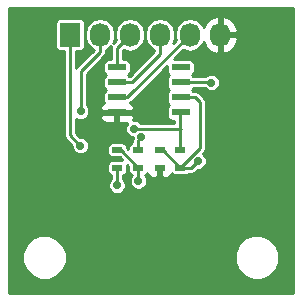
<source format=gbl>
G04 #@! TF.FileFunction,Copper,L2,Bot,Signal*
%FSLAX46Y46*%
G04 Gerber Fmt 4.6, Leading zero omitted, Abs format (unit mm)*
G04 Created by KiCad (PCBNEW 4.0.1-stable) date 2/21/2016 12:36:31 PM*
%MOMM*%
G01*
G04 APERTURE LIST*
%ADD10C,0.100000*%
%ADD11R,1.727200X2.032000*%
%ADD12O,1.727200X2.032000*%
%ADD13R,0.900000X0.500000*%
%ADD14R,1.550000X0.600000*%
%ADD15C,0.700000*%
%ADD16C,0.250000*%
%ADD17C,0.254000*%
G04 APERTURE END LIST*
D10*
D11*
X130650000Y-71025000D03*
D12*
X133190000Y-71025000D03*
X135730000Y-71025000D03*
X138270000Y-71025000D03*
X140810000Y-71025000D03*
X143350000Y-71025000D03*
D13*
X136425000Y-82275000D03*
X136425000Y-80775000D03*
X134650000Y-82275000D03*
X134650000Y-80775000D03*
X138225000Y-82275000D03*
X138225000Y-80775000D03*
X140000000Y-82275000D03*
X140000000Y-80775000D03*
D14*
X134625000Y-77605000D03*
X134625000Y-76335000D03*
X134625000Y-75065000D03*
X134625000Y-73795000D03*
X140025000Y-73795000D03*
X140025000Y-75065000D03*
X140025000Y-76335000D03*
X140025000Y-77605000D03*
D15*
X142625000Y-75075000D03*
X138625000Y-78300000D03*
X138225000Y-83375000D03*
X131525000Y-80425000D03*
X131550000Y-77500000D03*
X136050000Y-78975000D03*
X136425000Y-83400000D03*
X136700000Y-79650000D03*
X134625000Y-83775000D03*
X141475000Y-81725000D03*
D16*
X142615000Y-75065000D02*
X140025000Y-75065000D01*
X142625000Y-75075000D02*
X142615000Y-75065000D01*
X134625000Y-77605000D02*
X137930000Y-77605000D01*
X137930000Y-77605000D02*
X138625000Y-78300000D01*
X138225000Y-82275000D02*
X138225000Y-83375000D01*
X130650000Y-79550000D02*
X130650000Y-71025000D01*
X131525000Y-80425000D02*
X130650000Y-79550000D01*
X133190000Y-72485000D02*
X133190000Y-71025000D01*
X131550000Y-74125000D02*
X133190000Y-72485000D01*
X131550000Y-77500000D02*
X131550000Y-74125000D01*
X136050000Y-78975000D02*
X140000000Y-78975000D01*
X140000000Y-78975000D02*
X140025000Y-78975000D01*
X140025000Y-78975000D02*
X140000000Y-78975000D01*
X140000000Y-80775000D02*
X140000000Y-78975000D01*
X140000000Y-78975000D02*
X140000000Y-77630000D01*
X140000000Y-77630000D02*
X140025000Y-77605000D01*
X134625000Y-73795000D02*
X134625000Y-72130000D01*
X134625000Y-72130000D02*
X135730000Y-71025000D01*
X134625000Y-75065000D02*
X135860000Y-75065000D01*
X138270000Y-72655000D02*
X138270000Y-71025000D01*
X135860000Y-75065000D02*
X138270000Y-72655000D01*
X134625000Y-76335000D02*
X135500000Y-76335000D01*
X135500000Y-76335000D02*
X140810000Y-71025000D01*
X136425000Y-82275000D02*
X136425000Y-83400000D01*
X134650000Y-80775000D02*
X134925000Y-80775000D01*
X134925000Y-80775000D02*
X136425000Y-82275000D01*
X136425000Y-79925000D02*
X136425000Y-80775000D01*
X136700000Y-79650000D02*
X136425000Y-79925000D01*
X134650000Y-83750000D02*
X134650000Y-82275000D01*
X134625000Y-83775000D02*
X134650000Y-83750000D01*
X140000000Y-82275000D02*
X140925000Y-82275000D01*
X140925000Y-82275000D02*
X141475000Y-81725000D01*
X140025000Y-76335000D02*
X141260000Y-76335000D01*
X141675000Y-80600000D02*
X140000000Y-82275000D01*
X141675000Y-76750000D02*
X141675000Y-80600000D01*
X141260000Y-76335000D02*
X141675000Y-76750000D01*
X138225000Y-80775000D02*
X138500000Y-80775000D01*
X138500000Y-80775000D02*
X140000000Y-82275000D01*
D17*
G36*
X149544000Y-92919000D02*
X125456000Y-92919000D01*
X125456000Y-90247513D01*
X126618674Y-90247513D01*
X126904436Y-90939109D01*
X127433108Y-91468704D01*
X128124204Y-91755673D01*
X128872513Y-91756326D01*
X129564109Y-91470564D01*
X130093704Y-90941892D01*
X130380673Y-90250796D01*
X130380675Y-90247513D01*
X144593674Y-90247513D01*
X144879436Y-90939109D01*
X145408108Y-91468704D01*
X146099204Y-91755673D01*
X146847513Y-91756326D01*
X147539109Y-91470564D01*
X148068704Y-90941892D01*
X148355673Y-90250796D01*
X148356326Y-89502487D01*
X148070564Y-88810891D01*
X147541892Y-88281296D01*
X146850796Y-87994327D01*
X146102487Y-87993674D01*
X145410891Y-88279436D01*
X144881296Y-88808108D01*
X144594327Y-89499204D01*
X144593674Y-90247513D01*
X130380675Y-90247513D01*
X130381326Y-89502487D01*
X130095564Y-88810891D01*
X129566892Y-88281296D01*
X128875796Y-87994327D01*
X128127487Y-87993674D01*
X127435891Y-88279436D01*
X126906296Y-88808108D01*
X126619327Y-89499204D01*
X126618674Y-90247513D01*
X125456000Y-90247513D01*
X125456000Y-70009000D01*
X129397936Y-70009000D01*
X129397936Y-72041000D01*
X129424503Y-72182190D01*
X129507946Y-72311865D01*
X129635266Y-72398859D01*
X129786400Y-72429464D01*
X130144000Y-72429464D01*
X130144000Y-79550000D01*
X130182517Y-79743638D01*
X130292204Y-79907796D01*
X130794013Y-80409605D01*
X130793874Y-80569767D01*
X130904927Y-80838537D01*
X131110381Y-81044350D01*
X131378957Y-81155873D01*
X131669767Y-81156126D01*
X131938537Y-81045073D01*
X132144350Y-80839619D01*
X132255873Y-80571043D01*
X132256126Y-80280233D01*
X132145073Y-80011463D01*
X131939619Y-79805650D01*
X131671043Y-79694127D01*
X131509579Y-79693987D01*
X131156000Y-79340408D01*
X131156000Y-78127912D01*
X131403957Y-78230873D01*
X131694767Y-78231126D01*
X131963537Y-78120073D01*
X132169350Y-77914619D01*
X132179261Y-77890750D01*
X133215000Y-77890750D01*
X133215000Y-78031310D01*
X133311673Y-78264699D01*
X133490302Y-78443327D01*
X133723691Y-78540000D01*
X134339250Y-78540000D01*
X134498000Y-78381250D01*
X134498000Y-77732000D01*
X133373750Y-77732000D01*
X133215000Y-77890750D01*
X132179261Y-77890750D01*
X132280873Y-77646043D01*
X132281126Y-77355233D01*
X132170073Y-77086463D01*
X132056000Y-76972191D01*
X132056000Y-74334592D01*
X133547796Y-72842796D01*
X133657483Y-72678638D01*
X133696000Y-72485000D01*
X133696000Y-72334776D01*
X134070065Y-72084834D01*
X134152535Y-71961409D01*
X134119000Y-72130000D01*
X134119000Y-73106536D01*
X133850000Y-73106536D01*
X133708810Y-73133103D01*
X133579135Y-73216546D01*
X133492141Y-73343866D01*
X133461536Y-73495000D01*
X133461536Y-74095000D01*
X133488103Y-74236190D01*
X133571546Y-74365865D01*
X133666187Y-74430530D01*
X133579135Y-74486546D01*
X133492141Y-74613866D01*
X133461536Y-74765000D01*
X133461536Y-75365000D01*
X133488103Y-75506190D01*
X133571546Y-75635865D01*
X133666187Y-75700530D01*
X133579135Y-75756546D01*
X133492141Y-75883866D01*
X133461536Y-76035000D01*
X133461536Y-76635000D01*
X133486944Y-76770031D01*
X133311673Y-76945301D01*
X133215000Y-77178690D01*
X133215000Y-77319250D01*
X133373750Y-77478000D01*
X134498000Y-77478000D01*
X134498000Y-77458000D01*
X134752000Y-77458000D01*
X134752000Y-77478000D01*
X135876250Y-77478000D01*
X136035000Y-77319250D01*
X136035000Y-77178690D01*
X135938327Y-76945301D01*
X135761446Y-76768421D01*
X135764080Y-76755415D01*
X135857796Y-76692796D01*
X138861536Y-73689056D01*
X138861536Y-74095000D01*
X138888103Y-74236190D01*
X138971546Y-74365865D01*
X139066187Y-74430530D01*
X138979135Y-74486546D01*
X138892141Y-74613866D01*
X138861536Y-74765000D01*
X138861536Y-75365000D01*
X138888103Y-75506190D01*
X138971546Y-75635865D01*
X139066187Y-75700530D01*
X138979135Y-75756546D01*
X138892141Y-75883866D01*
X138861536Y-76035000D01*
X138861536Y-76635000D01*
X138888103Y-76776190D01*
X138971546Y-76905865D01*
X139066187Y-76970530D01*
X138979135Y-77026546D01*
X138892141Y-77153866D01*
X138861536Y-77305000D01*
X138861536Y-77905000D01*
X138888103Y-78046190D01*
X138971546Y-78175865D01*
X139098866Y-78262859D01*
X139250000Y-78293464D01*
X139494000Y-78293464D01*
X139494000Y-78469000D01*
X136577771Y-78469000D01*
X136464619Y-78355650D01*
X136196043Y-78244127D01*
X135946938Y-78243910D01*
X136035000Y-78031310D01*
X136035000Y-77890750D01*
X135876250Y-77732000D01*
X134752000Y-77732000D01*
X134752000Y-78381250D01*
X134910750Y-78540000D01*
X135451067Y-78540000D01*
X135430650Y-78560381D01*
X135319127Y-78828957D01*
X135318874Y-79119767D01*
X135429927Y-79388537D01*
X135635381Y-79594350D01*
X135903957Y-79705873D01*
X135968951Y-79705930D01*
X135968944Y-79714260D01*
X135957517Y-79731362D01*
X135919000Y-79925000D01*
X135919000Y-80147073D01*
X135833810Y-80163103D01*
X135704135Y-80246546D01*
X135617141Y-80373866D01*
X135586536Y-80525000D01*
X135586536Y-80720944D01*
X135488464Y-80622872D01*
X135488464Y-80525000D01*
X135461897Y-80383810D01*
X135378454Y-80254135D01*
X135251134Y-80167141D01*
X135100000Y-80136536D01*
X134200000Y-80136536D01*
X134058810Y-80163103D01*
X133929135Y-80246546D01*
X133842141Y-80373866D01*
X133811536Y-80525000D01*
X133811536Y-81025000D01*
X133838103Y-81166190D01*
X133921546Y-81295865D01*
X134048866Y-81382859D01*
X134200000Y-81413464D01*
X134847872Y-81413464D01*
X135070944Y-81636536D01*
X134200000Y-81636536D01*
X134058810Y-81663103D01*
X133929135Y-81746546D01*
X133842141Y-81873866D01*
X133811536Y-82025000D01*
X133811536Y-82525000D01*
X133838103Y-82666190D01*
X133921546Y-82795865D01*
X134048866Y-82882859D01*
X134144000Y-82902124D01*
X134144000Y-83222272D01*
X134005650Y-83360381D01*
X133894127Y-83628957D01*
X133893874Y-83919767D01*
X134004927Y-84188537D01*
X134210381Y-84394350D01*
X134478957Y-84505873D01*
X134769767Y-84506126D01*
X135038537Y-84395073D01*
X135244350Y-84189619D01*
X135355873Y-83921043D01*
X135356126Y-83630233D01*
X135245073Y-83361463D01*
X135156000Y-83272234D01*
X135156000Y-82902927D01*
X135241190Y-82886897D01*
X135370865Y-82803454D01*
X135457859Y-82676134D01*
X135488464Y-82525000D01*
X135488464Y-82054056D01*
X135586536Y-82152128D01*
X135586536Y-82525000D01*
X135613103Y-82666190D01*
X135696546Y-82795865D01*
X135823866Y-82882859D01*
X135894103Y-82897082D01*
X135805650Y-82985381D01*
X135694127Y-83253957D01*
X135693874Y-83544767D01*
X135804927Y-83813537D01*
X136010381Y-84019350D01*
X136278957Y-84130873D01*
X136569767Y-84131126D01*
X136838537Y-84020073D01*
X137044350Y-83814619D01*
X137155873Y-83546043D01*
X137156126Y-83255233D01*
X137045073Y-82986463D01*
X136956831Y-82898066D01*
X137016190Y-82886897D01*
X137145865Y-82803454D01*
X137181449Y-82751375D01*
X137236673Y-82884698D01*
X137415301Y-83063327D01*
X137648690Y-83160000D01*
X137939250Y-83160000D01*
X138098000Y-83001250D01*
X138098000Y-82400000D01*
X138078000Y-82400000D01*
X138078000Y-82150000D01*
X138098000Y-82150000D01*
X138098000Y-82128000D01*
X138352000Y-82128000D01*
X138352000Y-82150000D01*
X138372000Y-82150000D01*
X138372000Y-82400000D01*
X138352000Y-82400000D01*
X138352000Y-83001250D01*
X138510750Y-83160000D01*
X138801310Y-83160000D01*
X139034699Y-83063327D01*
X139213327Y-82884698D01*
X139258513Y-82775610D01*
X139271546Y-82795865D01*
X139398866Y-82882859D01*
X139550000Y-82913464D01*
X140450000Y-82913464D01*
X140591190Y-82886897D01*
X140720865Y-82803454D01*
X140736207Y-82781000D01*
X140925000Y-82781000D01*
X141118638Y-82742483D01*
X141282796Y-82632796D01*
X141459605Y-82455987D01*
X141619767Y-82456126D01*
X141888537Y-82345073D01*
X142094350Y-82139619D01*
X142205873Y-81871043D01*
X142206126Y-81580233D01*
X142095073Y-81311463D01*
X141889619Y-81105650D01*
X141886314Y-81104278D01*
X142032796Y-80957796D01*
X142142483Y-80793638D01*
X142181000Y-80600000D01*
X142181000Y-76750000D01*
X142142483Y-76556362D01*
X142032796Y-76392204D01*
X141617796Y-75977204D01*
X141453638Y-75867517D01*
X141260000Y-75829000D01*
X141120193Y-75829000D01*
X141078454Y-75764135D01*
X140983813Y-75699470D01*
X141070865Y-75643454D01*
X141120371Y-75571000D01*
X142087246Y-75571000D01*
X142210381Y-75694350D01*
X142478957Y-75805873D01*
X142769767Y-75806126D01*
X143038537Y-75695073D01*
X143244350Y-75489619D01*
X143355873Y-75221043D01*
X143356126Y-74930233D01*
X143245073Y-74661463D01*
X143039619Y-74455650D01*
X142771043Y-74344127D01*
X142480233Y-74343874D01*
X142211463Y-74454927D01*
X142107208Y-74559000D01*
X141120193Y-74559000D01*
X141078454Y-74494135D01*
X140983813Y-74429470D01*
X141070865Y-74373454D01*
X141157859Y-74246134D01*
X141188464Y-74095000D01*
X141188464Y-73495000D01*
X141161897Y-73353810D01*
X141078454Y-73224135D01*
X140951134Y-73137141D01*
X140800000Y-73106536D01*
X139444056Y-73106536D01*
X140251137Y-72299455D01*
X140333712Y-72354629D01*
X140810000Y-72449369D01*
X141286288Y-72354629D01*
X141690065Y-72084834D01*
X141959860Y-71681057D01*
X141962704Y-71666757D01*
X142058046Y-71939320D01*
X142447964Y-72375732D01*
X142975209Y-72629709D01*
X142990974Y-72632358D01*
X143223000Y-72511217D01*
X143223000Y-71152000D01*
X143477000Y-71152000D01*
X143477000Y-72511217D01*
X143709026Y-72632358D01*
X143724791Y-72629709D01*
X144252036Y-72375732D01*
X144641954Y-71939320D01*
X144835184Y-71386913D01*
X144690924Y-71152000D01*
X143477000Y-71152000D01*
X143223000Y-71152000D01*
X143203000Y-71152000D01*
X143203000Y-70898000D01*
X143223000Y-70898000D01*
X143223000Y-69538783D01*
X143477000Y-69538783D01*
X143477000Y-70898000D01*
X144690924Y-70898000D01*
X144835184Y-70663087D01*
X144641954Y-70110680D01*
X144252036Y-69674268D01*
X143724791Y-69420291D01*
X143709026Y-69417642D01*
X143477000Y-69538783D01*
X143223000Y-69538783D01*
X142990974Y-69417642D01*
X142975209Y-69420291D01*
X142447964Y-69674268D01*
X142058046Y-70110680D01*
X141962704Y-70383243D01*
X141959860Y-70368943D01*
X141690065Y-69965166D01*
X141286288Y-69695371D01*
X140810000Y-69600631D01*
X140333712Y-69695371D01*
X139929935Y-69965166D01*
X139660140Y-70368943D01*
X139565400Y-70845231D01*
X139565400Y-71204769D01*
X139623343Y-71496065D01*
X139382625Y-71736783D01*
X139419860Y-71681057D01*
X139514600Y-71204769D01*
X139514600Y-70845231D01*
X139419860Y-70368943D01*
X139150065Y-69965166D01*
X138746288Y-69695371D01*
X138270000Y-69600631D01*
X137793712Y-69695371D01*
X137389935Y-69965166D01*
X137120140Y-70368943D01*
X137025400Y-70845231D01*
X137025400Y-71204769D01*
X137120140Y-71681057D01*
X137389935Y-72084834D01*
X137764000Y-72334776D01*
X137764000Y-72445408D01*
X135692870Y-74516538D01*
X135678454Y-74494135D01*
X135583813Y-74429470D01*
X135670865Y-74373454D01*
X135757859Y-74246134D01*
X135788464Y-74095000D01*
X135788464Y-73495000D01*
X135761897Y-73353810D01*
X135678454Y-73224135D01*
X135551134Y-73137141D01*
X135400000Y-73106536D01*
X135131000Y-73106536D01*
X135131000Y-72339592D01*
X135171137Y-72299455D01*
X135253712Y-72354629D01*
X135730000Y-72449369D01*
X136206288Y-72354629D01*
X136610065Y-72084834D01*
X136879860Y-71681057D01*
X136974600Y-71204769D01*
X136974600Y-70845231D01*
X136879860Y-70368943D01*
X136610065Y-69965166D01*
X136206288Y-69695371D01*
X135730000Y-69600631D01*
X135253712Y-69695371D01*
X134849935Y-69965166D01*
X134580140Y-70368943D01*
X134485400Y-70845231D01*
X134485400Y-71204769D01*
X134543343Y-71496065D01*
X134302625Y-71736783D01*
X134339860Y-71681057D01*
X134434600Y-71204769D01*
X134434600Y-70845231D01*
X134339860Y-70368943D01*
X134070065Y-69965166D01*
X133666288Y-69695371D01*
X133190000Y-69600631D01*
X132713712Y-69695371D01*
X132309935Y-69965166D01*
X132040140Y-70368943D01*
X131945400Y-70845231D01*
X131945400Y-71204769D01*
X132040140Y-71681057D01*
X132309935Y-72084834D01*
X132648411Y-72310997D01*
X131192204Y-73767204D01*
X131156000Y-73821387D01*
X131156000Y-72429464D01*
X131513600Y-72429464D01*
X131654790Y-72402897D01*
X131784465Y-72319454D01*
X131871459Y-72192134D01*
X131902064Y-72041000D01*
X131902064Y-70009000D01*
X131875497Y-69867810D01*
X131792054Y-69738135D01*
X131664734Y-69651141D01*
X131513600Y-69620536D01*
X129786400Y-69620536D01*
X129645210Y-69647103D01*
X129515535Y-69730546D01*
X129428541Y-69857866D01*
X129397936Y-70009000D01*
X125456000Y-70009000D01*
X125456000Y-68806000D01*
X149544000Y-68806000D01*
X149544000Y-92919000D01*
X149544000Y-92919000D01*
G37*
X149544000Y-92919000D02*
X125456000Y-92919000D01*
X125456000Y-90247513D01*
X126618674Y-90247513D01*
X126904436Y-90939109D01*
X127433108Y-91468704D01*
X128124204Y-91755673D01*
X128872513Y-91756326D01*
X129564109Y-91470564D01*
X130093704Y-90941892D01*
X130380673Y-90250796D01*
X130380675Y-90247513D01*
X144593674Y-90247513D01*
X144879436Y-90939109D01*
X145408108Y-91468704D01*
X146099204Y-91755673D01*
X146847513Y-91756326D01*
X147539109Y-91470564D01*
X148068704Y-90941892D01*
X148355673Y-90250796D01*
X148356326Y-89502487D01*
X148070564Y-88810891D01*
X147541892Y-88281296D01*
X146850796Y-87994327D01*
X146102487Y-87993674D01*
X145410891Y-88279436D01*
X144881296Y-88808108D01*
X144594327Y-89499204D01*
X144593674Y-90247513D01*
X130380675Y-90247513D01*
X130381326Y-89502487D01*
X130095564Y-88810891D01*
X129566892Y-88281296D01*
X128875796Y-87994327D01*
X128127487Y-87993674D01*
X127435891Y-88279436D01*
X126906296Y-88808108D01*
X126619327Y-89499204D01*
X126618674Y-90247513D01*
X125456000Y-90247513D01*
X125456000Y-70009000D01*
X129397936Y-70009000D01*
X129397936Y-72041000D01*
X129424503Y-72182190D01*
X129507946Y-72311865D01*
X129635266Y-72398859D01*
X129786400Y-72429464D01*
X130144000Y-72429464D01*
X130144000Y-79550000D01*
X130182517Y-79743638D01*
X130292204Y-79907796D01*
X130794013Y-80409605D01*
X130793874Y-80569767D01*
X130904927Y-80838537D01*
X131110381Y-81044350D01*
X131378957Y-81155873D01*
X131669767Y-81156126D01*
X131938537Y-81045073D01*
X132144350Y-80839619D01*
X132255873Y-80571043D01*
X132256126Y-80280233D01*
X132145073Y-80011463D01*
X131939619Y-79805650D01*
X131671043Y-79694127D01*
X131509579Y-79693987D01*
X131156000Y-79340408D01*
X131156000Y-78127912D01*
X131403957Y-78230873D01*
X131694767Y-78231126D01*
X131963537Y-78120073D01*
X132169350Y-77914619D01*
X132179261Y-77890750D01*
X133215000Y-77890750D01*
X133215000Y-78031310D01*
X133311673Y-78264699D01*
X133490302Y-78443327D01*
X133723691Y-78540000D01*
X134339250Y-78540000D01*
X134498000Y-78381250D01*
X134498000Y-77732000D01*
X133373750Y-77732000D01*
X133215000Y-77890750D01*
X132179261Y-77890750D01*
X132280873Y-77646043D01*
X132281126Y-77355233D01*
X132170073Y-77086463D01*
X132056000Y-76972191D01*
X132056000Y-74334592D01*
X133547796Y-72842796D01*
X133657483Y-72678638D01*
X133696000Y-72485000D01*
X133696000Y-72334776D01*
X134070065Y-72084834D01*
X134152535Y-71961409D01*
X134119000Y-72130000D01*
X134119000Y-73106536D01*
X133850000Y-73106536D01*
X133708810Y-73133103D01*
X133579135Y-73216546D01*
X133492141Y-73343866D01*
X133461536Y-73495000D01*
X133461536Y-74095000D01*
X133488103Y-74236190D01*
X133571546Y-74365865D01*
X133666187Y-74430530D01*
X133579135Y-74486546D01*
X133492141Y-74613866D01*
X133461536Y-74765000D01*
X133461536Y-75365000D01*
X133488103Y-75506190D01*
X133571546Y-75635865D01*
X133666187Y-75700530D01*
X133579135Y-75756546D01*
X133492141Y-75883866D01*
X133461536Y-76035000D01*
X133461536Y-76635000D01*
X133486944Y-76770031D01*
X133311673Y-76945301D01*
X133215000Y-77178690D01*
X133215000Y-77319250D01*
X133373750Y-77478000D01*
X134498000Y-77478000D01*
X134498000Y-77458000D01*
X134752000Y-77458000D01*
X134752000Y-77478000D01*
X135876250Y-77478000D01*
X136035000Y-77319250D01*
X136035000Y-77178690D01*
X135938327Y-76945301D01*
X135761446Y-76768421D01*
X135764080Y-76755415D01*
X135857796Y-76692796D01*
X138861536Y-73689056D01*
X138861536Y-74095000D01*
X138888103Y-74236190D01*
X138971546Y-74365865D01*
X139066187Y-74430530D01*
X138979135Y-74486546D01*
X138892141Y-74613866D01*
X138861536Y-74765000D01*
X138861536Y-75365000D01*
X138888103Y-75506190D01*
X138971546Y-75635865D01*
X139066187Y-75700530D01*
X138979135Y-75756546D01*
X138892141Y-75883866D01*
X138861536Y-76035000D01*
X138861536Y-76635000D01*
X138888103Y-76776190D01*
X138971546Y-76905865D01*
X139066187Y-76970530D01*
X138979135Y-77026546D01*
X138892141Y-77153866D01*
X138861536Y-77305000D01*
X138861536Y-77905000D01*
X138888103Y-78046190D01*
X138971546Y-78175865D01*
X139098866Y-78262859D01*
X139250000Y-78293464D01*
X139494000Y-78293464D01*
X139494000Y-78469000D01*
X136577771Y-78469000D01*
X136464619Y-78355650D01*
X136196043Y-78244127D01*
X135946938Y-78243910D01*
X136035000Y-78031310D01*
X136035000Y-77890750D01*
X135876250Y-77732000D01*
X134752000Y-77732000D01*
X134752000Y-78381250D01*
X134910750Y-78540000D01*
X135451067Y-78540000D01*
X135430650Y-78560381D01*
X135319127Y-78828957D01*
X135318874Y-79119767D01*
X135429927Y-79388537D01*
X135635381Y-79594350D01*
X135903957Y-79705873D01*
X135968951Y-79705930D01*
X135968944Y-79714260D01*
X135957517Y-79731362D01*
X135919000Y-79925000D01*
X135919000Y-80147073D01*
X135833810Y-80163103D01*
X135704135Y-80246546D01*
X135617141Y-80373866D01*
X135586536Y-80525000D01*
X135586536Y-80720944D01*
X135488464Y-80622872D01*
X135488464Y-80525000D01*
X135461897Y-80383810D01*
X135378454Y-80254135D01*
X135251134Y-80167141D01*
X135100000Y-80136536D01*
X134200000Y-80136536D01*
X134058810Y-80163103D01*
X133929135Y-80246546D01*
X133842141Y-80373866D01*
X133811536Y-80525000D01*
X133811536Y-81025000D01*
X133838103Y-81166190D01*
X133921546Y-81295865D01*
X134048866Y-81382859D01*
X134200000Y-81413464D01*
X134847872Y-81413464D01*
X135070944Y-81636536D01*
X134200000Y-81636536D01*
X134058810Y-81663103D01*
X133929135Y-81746546D01*
X133842141Y-81873866D01*
X133811536Y-82025000D01*
X133811536Y-82525000D01*
X133838103Y-82666190D01*
X133921546Y-82795865D01*
X134048866Y-82882859D01*
X134144000Y-82902124D01*
X134144000Y-83222272D01*
X134005650Y-83360381D01*
X133894127Y-83628957D01*
X133893874Y-83919767D01*
X134004927Y-84188537D01*
X134210381Y-84394350D01*
X134478957Y-84505873D01*
X134769767Y-84506126D01*
X135038537Y-84395073D01*
X135244350Y-84189619D01*
X135355873Y-83921043D01*
X135356126Y-83630233D01*
X135245073Y-83361463D01*
X135156000Y-83272234D01*
X135156000Y-82902927D01*
X135241190Y-82886897D01*
X135370865Y-82803454D01*
X135457859Y-82676134D01*
X135488464Y-82525000D01*
X135488464Y-82054056D01*
X135586536Y-82152128D01*
X135586536Y-82525000D01*
X135613103Y-82666190D01*
X135696546Y-82795865D01*
X135823866Y-82882859D01*
X135894103Y-82897082D01*
X135805650Y-82985381D01*
X135694127Y-83253957D01*
X135693874Y-83544767D01*
X135804927Y-83813537D01*
X136010381Y-84019350D01*
X136278957Y-84130873D01*
X136569767Y-84131126D01*
X136838537Y-84020073D01*
X137044350Y-83814619D01*
X137155873Y-83546043D01*
X137156126Y-83255233D01*
X137045073Y-82986463D01*
X136956831Y-82898066D01*
X137016190Y-82886897D01*
X137145865Y-82803454D01*
X137181449Y-82751375D01*
X137236673Y-82884698D01*
X137415301Y-83063327D01*
X137648690Y-83160000D01*
X137939250Y-83160000D01*
X138098000Y-83001250D01*
X138098000Y-82400000D01*
X138078000Y-82400000D01*
X138078000Y-82150000D01*
X138098000Y-82150000D01*
X138098000Y-82128000D01*
X138352000Y-82128000D01*
X138352000Y-82150000D01*
X138372000Y-82150000D01*
X138372000Y-82400000D01*
X138352000Y-82400000D01*
X138352000Y-83001250D01*
X138510750Y-83160000D01*
X138801310Y-83160000D01*
X139034699Y-83063327D01*
X139213327Y-82884698D01*
X139258513Y-82775610D01*
X139271546Y-82795865D01*
X139398866Y-82882859D01*
X139550000Y-82913464D01*
X140450000Y-82913464D01*
X140591190Y-82886897D01*
X140720865Y-82803454D01*
X140736207Y-82781000D01*
X140925000Y-82781000D01*
X141118638Y-82742483D01*
X141282796Y-82632796D01*
X141459605Y-82455987D01*
X141619767Y-82456126D01*
X141888537Y-82345073D01*
X142094350Y-82139619D01*
X142205873Y-81871043D01*
X142206126Y-81580233D01*
X142095073Y-81311463D01*
X141889619Y-81105650D01*
X141886314Y-81104278D01*
X142032796Y-80957796D01*
X142142483Y-80793638D01*
X142181000Y-80600000D01*
X142181000Y-76750000D01*
X142142483Y-76556362D01*
X142032796Y-76392204D01*
X141617796Y-75977204D01*
X141453638Y-75867517D01*
X141260000Y-75829000D01*
X141120193Y-75829000D01*
X141078454Y-75764135D01*
X140983813Y-75699470D01*
X141070865Y-75643454D01*
X141120371Y-75571000D01*
X142087246Y-75571000D01*
X142210381Y-75694350D01*
X142478957Y-75805873D01*
X142769767Y-75806126D01*
X143038537Y-75695073D01*
X143244350Y-75489619D01*
X143355873Y-75221043D01*
X143356126Y-74930233D01*
X143245073Y-74661463D01*
X143039619Y-74455650D01*
X142771043Y-74344127D01*
X142480233Y-74343874D01*
X142211463Y-74454927D01*
X142107208Y-74559000D01*
X141120193Y-74559000D01*
X141078454Y-74494135D01*
X140983813Y-74429470D01*
X141070865Y-74373454D01*
X141157859Y-74246134D01*
X141188464Y-74095000D01*
X141188464Y-73495000D01*
X141161897Y-73353810D01*
X141078454Y-73224135D01*
X140951134Y-73137141D01*
X140800000Y-73106536D01*
X139444056Y-73106536D01*
X140251137Y-72299455D01*
X140333712Y-72354629D01*
X140810000Y-72449369D01*
X141286288Y-72354629D01*
X141690065Y-72084834D01*
X141959860Y-71681057D01*
X141962704Y-71666757D01*
X142058046Y-71939320D01*
X142447964Y-72375732D01*
X142975209Y-72629709D01*
X142990974Y-72632358D01*
X143223000Y-72511217D01*
X143223000Y-71152000D01*
X143477000Y-71152000D01*
X143477000Y-72511217D01*
X143709026Y-72632358D01*
X143724791Y-72629709D01*
X144252036Y-72375732D01*
X144641954Y-71939320D01*
X144835184Y-71386913D01*
X144690924Y-71152000D01*
X143477000Y-71152000D01*
X143223000Y-71152000D01*
X143203000Y-71152000D01*
X143203000Y-70898000D01*
X143223000Y-70898000D01*
X143223000Y-69538783D01*
X143477000Y-69538783D01*
X143477000Y-70898000D01*
X144690924Y-70898000D01*
X144835184Y-70663087D01*
X144641954Y-70110680D01*
X144252036Y-69674268D01*
X143724791Y-69420291D01*
X143709026Y-69417642D01*
X143477000Y-69538783D01*
X143223000Y-69538783D01*
X142990974Y-69417642D01*
X142975209Y-69420291D01*
X142447964Y-69674268D01*
X142058046Y-70110680D01*
X141962704Y-70383243D01*
X141959860Y-70368943D01*
X141690065Y-69965166D01*
X141286288Y-69695371D01*
X140810000Y-69600631D01*
X140333712Y-69695371D01*
X139929935Y-69965166D01*
X139660140Y-70368943D01*
X139565400Y-70845231D01*
X139565400Y-71204769D01*
X139623343Y-71496065D01*
X139382625Y-71736783D01*
X139419860Y-71681057D01*
X139514600Y-71204769D01*
X139514600Y-70845231D01*
X139419860Y-70368943D01*
X139150065Y-69965166D01*
X138746288Y-69695371D01*
X138270000Y-69600631D01*
X137793712Y-69695371D01*
X137389935Y-69965166D01*
X137120140Y-70368943D01*
X137025400Y-70845231D01*
X137025400Y-71204769D01*
X137120140Y-71681057D01*
X137389935Y-72084834D01*
X137764000Y-72334776D01*
X137764000Y-72445408D01*
X135692870Y-74516538D01*
X135678454Y-74494135D01*
X135583813Y-74429470D01*
X135670865Y-74373454D01*
X135757859Y-74246134D01*
X135788464Y-74095000D01*
X135788464Y-73495000D01*
X135761897Y-73353810D01*
X135678454Y-73224135D01*
X135551134Y-73137141D01*
X135400000Y-73106536D01*
X135131000Y-73106536D01*
X135131000Y-72339592D01*
X135171137Y-72299455D01*
X135253712Y-72354629D01*
X135730000Y-72449369D01*
X136206288Y-72354629D01*
X136610065Y-72084834D01*
X136879860Y-71681057D01*
X136974600Y-71204769D01*
X136974600Y-70845231D01*
X136879860Y-70368943D01*
X136610065Y-69965166D01*
X136206288Y-69695371D01*
X135730000Y-69600631D01*
X135253712Y-69695371D01*
X134849935Y-69965166D01*
X134580140Y-70368943D01*
X134485400Y-70845231D01*
X134485400Y-71204769D01*
X134543343Y-71496065D01*
X134302625Y-71736783D01*
X134339860Y-71681057D01*
X134434600Y-71204769D01*
X134434600Y-70845231D01*
X134339860Y-70368943D01*
X134070065Y-69965166D01*
X133666288Y-69695371D01*
X133190000Y-69600631D01*
X132713712Y-69695371D01*
X132309935Y-69965166D01*
X132040140Y-70368943D01*
X131945400Y-70845231D01*
X131945400Y-71204769D01*
X132040140Y-71681057D01*
X132309935Y-72084834D01*
X132648411Y-72310997D01*
X131192204Y-73767204D01*
X131156000Y-73821387D01*
X131156000Y-72429464D01*
X131513600Y-72429464D01*
X131654790Y-72402897D01*
X131784465Y-72319454D01*
X131871459Y-72192134D01*
X131902064Y-72041000D01*
X131902064Y-70009000D01*
X131875497Y-69867810D01*
X131792054Y-69738135D01*
X131664734Y-69651141D01*
X131513600Y-69620536D01*
X129786400Y-69620536D01*
X129645210Y-69647103D01*
X129515535Y-69730546D01*
X129428541Y-69857866D01*
X129397936Y-70009000D01*
X125456000Y-70009000D01*
X125456000Y-68806000D01*
X149544000Y-68806000D01*
X149544000Y-92919000D01*
M02*

</source>
